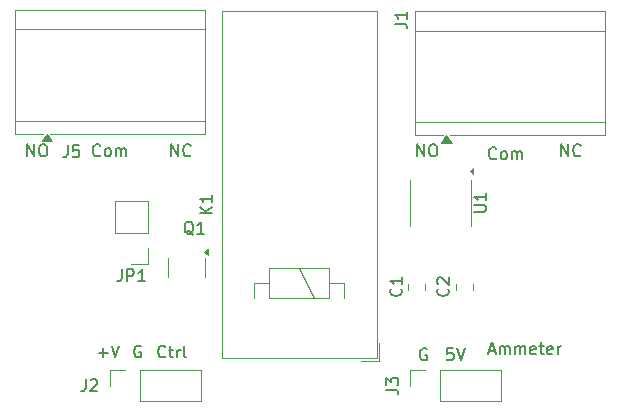
<source format=gbr>
%TF.GenerationSoftware,KiCad,Pcbnew,9.0.3*%
%TF.CreationDate,2025-12-07T20:19:00-06:00*%
%TF.ProjectId,AmmeterRelays,416d6d65-7465-4725-9265-6c6179732e6b,rev?*%
%TF.SameCoordinates,Original*%
%TF.FileFunction,Legend,Top*%
%TF.FilePolarity,Positive*%
%FSLAX46Y46*%
G04 Gerber Fmt 4.6, Leading zero omitted, Abs format (unit mm)*
G04 Created by KiCad (PCBNEW 9.0.3) date 2025-12-07 20:19:00*
%MOMM*%
%LPD*%
G01*
G04 APERTURE LIST*
%ADD10C,0.150000*%
%ADD11C,0.120000*%
%ADD12C,0.100000*%
G04 APERTURE END LIST*
D10*
X71520207Y-51590580D02*
X71472588Y-51638200D01*
X71472588Y-51638200D02*
X71329731Y-51685819D01*
X71329731Y-51685819D02*
X71234493Y-51685819D01*
X71234493Y-51685819D02*
X71091636Y-51638200D01*
X71091636Y-51638200D02*
X70996398Y-51542961D01*
X70996398Y-51542961D02*
X70948779Y-51447723D01*
X70948779Y-51447723D02*
X70901160Y-51257247D01*
X70901160Y-51257247D02*
X70901160Y-51114390D01*
X70901160Y-51114390D02*
X70948779Y-50923914D01*
X70948779Y-50923914D02*
X70996398Y-50828676D01*
X70996398Y-50828676D02*
X71091636Y-50733438D01*
X71091636Y-50733438D02*
X71234493Y-50685819D01*
X71234493Y-50685819D02*
X71329731Y-50685819D01*
X71329731Y-50685819D02*
X71472588Y-50733438D01*
X71472588Y-50733438D02*
X71520207Y-50781057D01*
X72091636Y-51685819D02*
X71996398Y-51638200D01*
X71996398Y-51638200D02*
X71948779Y-51590580D01*
X71948779Y-51590580D02*
X71901160Y-51495342D01*
X71901160Y-51495342D02*
X71901160Y-51209628D01*
X71901160Y-51209628D02*
X71948779Y-51114390D01*
X71948779Y-51114390D02*
X71996398Y-51066771D01*
X71996398Y-51066771D02*
X72091636Y-51019152D01*
X72091636Y-51019152D02*
X72234493Y-51019152D01*
X72234493Y-51019152D02*
X72329731Y-51066771D01*
X72329731Y-51066771D02*
X72377350Y-51114390D01*
X72377350Y-51114390D02*
X72424969Y-51209628D01*
X72424969Y-51209628D02*
X72424969Y-51495342D01*
X72424969Y-51495342D02*
X72377350Y-51590580D01*
X72377350Y-51590580D02*
X72329731Y-51638200D01*
X72329731Y-51638200D02*
X72234493Y-51685819D01*
X72234493Y-51685819D02*
X72091636Y-51685819D01*
X72853541Y-51685819D02*
X72853541Y-51019152D01*
X72853541Y-51114390D02*
X72901160Y-51066771D01*
X72901160Y-51066771D02*
X72996398Y-51019152D01*
X72996398Y-51019152D02*
X73139255Y-51019152D01*
X73139255Y-51019152D02*
X73234493Y-51066771D01*
X73234493Y-51066771D02*
X73282112Y-51162009D01*
X73282112Y-51162009D02*
X73282112Y-51685819D01*
X73282112Y-51162009D02*
X73329731Y-51066771D01*
X73329731Y-51066771D02*
X73424969Y-51019152D01*
X73424969Y-51019152D02*
X73567826Y-51019152D01*
X73567826Y-51019152D02*
X73663065Y-51066771D01*
X73663065Y-51066771D02*
X73710684Y-51162009D01*
X73710684Y-51162009D02*
X73710684Y-51685819D01*
X99158588Y-68005438D02*
X99063350Y-67957819D01*
X99063350Y-67957819D02*
X98920493Y-67957819D01*
X98920493Y-67957819D02*
X98777636Y-68005438D01*
X98777636Y-68005438D02*
X98682398Y-68100676D01*
X98682398Y-68100676D02*
X98634779Y-68195914D01*
X98634779Y-68195914D02*
X98587160Y-68386390D01*
X98587160Y-68386390D02*
X98587160Y-68529247D01*
X98587160Y-68529247D02*
X98634779Y-68719723D01*
X98634779Y-68719723D02*
X98682398Y-68814961D01*
X98682398Y-68814961D02*
X98777636Y-68910200D01*
X98777636Y-68910200D02*
X98920493Y-68957819D01*
X98920493Y-68957819D02*
X99015731Y-68957819D01*
X99015731Y-68957819D02*
X99158588Y-68910200D01*
X99158588Y-68910200D02*
X99206207Y-68862580D01*
X99206207Y-68862580D02*
X99206207Y-68529247D01*
X99206207Y-68529247D02*
X99015731Y-68529247D01*
X77552779Y-51685819D02*
X77552779Y-50685819D01*
X77552779Y-50685819D02*
X78124207Y-51685819D01*
X78124207Y-51685819D02*
X78124207Y-50685819D01*
X79171826Y-51590580D02*
X79124207Y-51638200D01*
X79124207Y-51638200D02*
X78981350Y-51685819D01*
X78981350Y-51685819D02*
X78886112Y-51685819D01*
X78886112Y-51685819D02*
X78743255Y-51638200D01*
X78743255Y-51638200D02*
X78648017Y-51542961D01*
X78648017Y-51542961D02*
X78600398Y-51447723D01*
X78600398Y-51447723D02*
X78552779Y-51257247D01*
X78552779Y-51257247D02*
X78552779Y-51114390D01*
X78552779Y-51114390D02*
X78600398Y-50923914D01*
X78600398Y-50923914D02*
X78648017Y-50828676D01*
X78648017Y-50828676D02*
X78743255Y-50733438D01*
X78743255Y-50733438D02*
X78886112Y-50685819D01*
X78886112Y-50685819D02*
X78981350Y-50685819D01*
X78981350Y-50685819D02*
X79124207Y-50733438D01*
X79124207Y-50733438D02*
X79171826Y-50781057D01*
X65360779Y-51685819D02*
X65360779Y-50685819D01*
X65360779Y-50685819D02*
X65932207Y-51685819D01*
X65932207Y-51685819D02*
X65932207Y-50685819D01*
X66598874Y-50685819D02*
X66789350Y-50685819D01*
X66789350Y-50685819D02*
X66884588Y-50733438D01*
X66884588Y-50733438D02*
X66979826Y-50828676D01*
X66979826Y-50828676D02*
X67027445Y-51019152D01*
X67027445Y-51019152D02*
X67027445Y-51352485D01*
X67027445Y-51352485D02*
X66979826Y-51542961D01*
X66979826Y-51542961D02*
X66884588Y-51638200D01*
X66884588Y-51638200D02*
X66789350Y-51685819D01*
X66789350Y-51685819D02*
X66598874Y-51685819D01*
X66598874Y-51685819D02*
X66503636Y-51638200D01*
X66503636Y-51638200D02*
X66408398Y-51542961D01*
X66408398Y-51542961D02*
X66360779Y-51352485D01*
X66360779Y-51352485D02*
X66360779Y-51019152D01*
X66360779Y-51019152D02*
X66408398Y-50828676D01*
X66408398Y-50828676D02*
X66503636Y-50733438D01*
X66503636Y-50733438D02*
X66598874Y-50685819D01*
X110572779Y-51685819D02*
X110572779Y-50685819D01*
X110572779Y-50685819D02*
X111144207Y-51685819D01*
X111144207Y-51685819D02*
X111144207Y-50685819D01*
X112191826Y-51590580D02*
X112144207Y-51638200D01*
X112144207Y-51638200D02*
X112001350Y-51685819D01*
X112001350Y-51685819D02*
X111906112Y-51685819D01*
X111906112Y-51685819D02*
X111763255Y-51638200D01*
X111763255Y-51638200D02*
X111668017Y-51542961D01*
X111668017Y-51542961D02*
X111620398Y-51447723D01*
X111620398Y-51447723D02*
X111572779Y-51257247D01*
X111572779Y-51257247D02*
X111572779Y-51114390D01*
X111572779Y-51114390D02*
X111620398Y-50923914D01*
X111620398Y-50923914D02*
X111668017Y-50828676D01*
X111668017Y-50828676D02*
X111763255Y-50733438D01*
X111763255Y-50733438D02*
X111906112Y-50685819D01*
X111906112Y-50685819D02*
X112001350Y-50685819D01*
X112001350Y-50685819D02*
X112144207Y-50733438D01*
X112144207Y-50733438D02*
X112191826Y-50781057D01*
X101396969Y-67957819D02*
X100920779Y-67957819D01*
X100920779Y-67957819D02*
X100873160Y-68434009D01*
X100873160Y-68434009D02*
X100920779Y-68386390D01*
X100920779Y-68386390D02*
X101016017Y-68338771D01*
X101016017Y-68338771D02*
X101254112Y-68338771D01*
X101254112Y-68338771D02*
X101349350Y-68386390D01*
X101349350Y-68386390D02*
X101396969Y-68434009D01*
X101396969Y-68434009D02*
X101444588Y-68529247D01*
X101444588Y-68529247D02*
X101444588Y-68767342D01*
X101444588Y-68767342D02*
X101396969Y-68862580D01*
X101396969Y-68862580D02*
X101349350Y-68910200D01*
X101349350Y-68910200D02*
X101254112Y-68957819D01*
X101254112Y-68957819D02*
X101016017Y-68957819D01*
X101016017Y-68957819D02*
X100920779Y-68910200D01*
X100920779Y-68910200D02*
X100873160Y-68862580D01*
X101730303Y-67957819D02*
X102063636Y-68957819D01*
X102063636Y-68957819D02*
X102396969Y-67957819D01*
X98380779Y-51685819D02*
X98380779Y-50685819D01*
X98380779Y-50685819D02*
X98952207Y-51685819D01*
X98952207Y-51685819D02*
X98952207Y-50685819D01*
X99618874Y-50685819D02*
X99809350Y-50685819D01*
X99809350Y-50685819D02*
X99904588Y-50733438D01*
X99904588Y-50733438D02*
X99999826Y-50828676D01*
X99999826Y-50828676D02*
X100047445Y-51019152D01*
X100047445Y-51019152D02*
X100047445Y-51352485D01*
X100047445Y-51352485D02*
X99999826Y-51542961D01*
X99999826Y-51542961D02*
X99904588Y-51638200D01*
X99904588Y-51638200D02*
X99809350Y-51685819D01*
X99809350Y-51685819D02*
X99618874Y-51685819D01*
X99618874Y-51685819D02*
X99523636Y-51638200D01*
X99523636Y-51638200D02*
X99428398Y-51542961D01*
X99428398Y-51542961D02*
X99380779Y-51352485D01*
X99380779Y-51352485D02*
X99380779Y-51019152D01*
X99380779Y-51019152D02*
X99428398Y-50828676D01*
X99428398Y-50828676D02*
X99523636Y-50733438D01*
X99523636Y-50733438D02*
X99618874Y-50685819D01*
X77036207Y-68626580D02*
X76988588Y-68674200D01*
X76988588Y-68674200D02*
X76845731Y-68721819D01*
X76845731Y-68721819D02*
X76750493Y-68721819D01*
X76750493Y-68721819D02*
X76607636Y-68674200D01*
X76607636Y-68674200D02*
X76512398Y-68578961D01*
X76512398Y-68578961D02*
X76464779Y-68483723D01*
X76464779Y-68483723D02*
X76417160Y-68293247D01*
X76417160Y-68293247D02*
X76417160Y-68150390D01*
X76417160Y-68150390D02*
X76464779Y-67959914D01*
X76464779Y-67959914D02*
X76512398Y-67864676D01*
X76512398Y-67864676D02*
X76607636Y-67769438D01*
X76607636Y-67769438D02*
X76750493Y-67721819D01*
X76750493Y-67721819D02*
X76845731Y-67721819D01*
X76845731Y-67721819D02*
X76988588Y-67769438D01*
X76988588Y-67769438D02*
X77036207Y-67817057D01*
X77321922Y-68055152D02*
X77702874Y-68055152D01*
X77464779Y-67721819D02*
X77464779Y-68578961D01*
X77464779Y-68578961D02*
X77512398Y-68674200D01*
X77512398Y-68674200D02*
X77607636Y-68721819D01*
X77607636Y-68721819D02*
X77702874Y-68721819D01*
X78036208Y-68721819D02*
X78036208Y-68055152D01*
X78036208Y-68245628D02*
X78083827Y-68150390D01*
X78083827Y-68150390D02*
X78131446Y-68102771D01*
X78131446Y-68102771D02*
X78226684Y-68055152D01*
X78226684Y-68055152D02*
X78321922Y-68055152D01*
X78798113Y-68721819D02*
X78702875Y-68674200D01*
X78702875Y-68674200D02*
X78655256Y-68578961D01*
X78655256Y-68578961D02*
X78655256Y-67721819D01*
X104429160Y-68164104D02*
X104905350Y-68164104D01*
X104333922Y-68449819D02*
X104667255Y-67449819D01*
X104667255Y-67449819D02*
X105000588Y-68449819D01*
X105333922Y-68449819D02*
X105333922Y-67783152D01*
X105333922Y-67878390D02*
X105381541Y-67830771D01*
X105381541Y-67830771D02*
X105476779Y-67783152D01*
X105476779Y-67783152D02*
X105619636Y-67783152D01*
X105619636Y-67783152D02*
X105714874Y-67830771D01*
X105714874Y-67830771D02*
X105762493Y-67926009D01*
X105762493Y-67926009D02*
X105762493Y-68449819D01*
X105762493Y-67926009D02*
X105810112Y-67830771D01*
X105810112Y-67830771D02*
X105905350Y-67783152D01*
X105905350Y-67783152D02*
X106048207Y-67783152D01*
X106048207Y-67783152D02*
X106143446Y-67830771D01*
X106143446Y-67830771D02*
X106191065Y-67926009D01*
X106191065Y-67926009D02*
X106191065Y-68449819D01*
X106667255Y-68449819D02*
X106667255Y-67783152D01*
X106667255Y-67878390D02*
X106714874Y-67830771D01*
X106714874Y-67830771D02*
X106810112Y-67783152D01*
X106810112Y-67783152D02*
X106952969Y-67783152D01*
X106952969Y-67783152D02*
X107048207Y-67830771D01*
X107048207Y-67830771D02*
X107095826Y-67926009D01*
X107095826Y-67926009D02*
X107095826Y-68449819D01*
X107095826Y-67926009D02*
X107143445Y-67830771D01*
X107143445Y-67830771D02*
X107238683Y-67783152D01*
X107238683Y-67783152D02*
X107381540Y-67783152D01*
X107381540Y-67783152D02*
X107476779Y-67830771D01*
X107476779Y-67830771D02*
X107524398Y-67926009D01*
X107524398Y-67926009D02*
X107524398Y-68449819D01*
X108381540Y-68402200D02*
X108286302Y-68449819D01*
X108286302Y-68449819D02*
X108095826Y-68449819D01*
X108095826Y-68449819D02*
X108000588Y-68402200D01*
X108000588Y-68402200D02*
X107952969Y-68306961D01*
X107952969Y-68306961D02*
X107952969Y-67926009D01*
X107952969Y-67926009D02*
X108000588Y-67830771D01*
X108000588Y-67830771D02*
X108095826Y-67783152D01*
X108095826Y-67783152D02*
X108286302Y-67783152D01*
X108286302Y-67783152D02*
X108381540Y-67830771D01*
X108381540Y-67830771D02*
X108429159Y-67926009D01*
X108429159Y-67926009D02*
X108429159Y-68021247D01*
X108429159Y-68021247D02*
X107952969Y-68116485D01*
X108714874Y-67783152D02*
X109095826Y-67783152D01*
X108857731Y-67449819D02*
X108857731Y-68306961D01*
X108857731Y-68306961D02*
X108905350Y-68402200D01*
X108905350Y-68402200D02*
X109000588Y-68449819D01*
X109000588Y-68449819D02*
X109095826Y-68449819D01*
X109810112Y-68402200D02*
X109714874Y-68449819D01*
X109714874Y-68449819D02*
X109524398Y-68449819D01*
X109524398Y-68449819D02*
X109429160Y-68402200D01*
X109429160Y-68402200D02*
X109381541Y-68306961D01*
X109381541Y-68306961D02*
X109381541Y-67926009D01*
X109381541Y-67926009D02*
X109429160Y-67830771D01*
X109429160Y-67830771D02*
X109524398Y-67783152D01*
X109524398Y-67783152D02*
X109714874Y-67783152D01*
X109714874Y-67783152D02*
X109810112Y-67830771D01*
X109810112Y-67830771D02*
X109857731Y-67926009D01*
X109857731Y-67926009D02*
X109857731Y-68021247D01*
X109857731Y-68021247D02*
X109381541Y-68116485D01*
X110286303Y-68449819D02*
X110286303Y-67783152D01*
X110286303Y-67973628D02*
X110333922Y-67878390D01*
X110333922Y-67878390D02*
X110381541Y-67830771D01*
X110381541Y-67830771D02*
X110476779Y-67783152D01*
X110476779Y-67783152D02*
X110572017Y-67783152D01*
X74956588Y-67769438D02*
X74861350Y-67721819D01*
X74861350Y-67721819D02*
X74718493Y-67721819D01*
X74718493Y-67721819D02*
X74575636Y-67769438D01*
X74575636Y-67769438D02*
X74480398Y-67864676D01*
X74480398Y-67864676D02*
X74432779Y-67959914D01*
X74432779Y-67959914D02*
X74385160Y-68150390D01*
X74385160Y-68150390D02*
X74385160Y-68293247D01*
X74385160Y-68293247D02*
X74432779Y-68483723D01*
X74432779Y-68483723D02*
X74480398Y-68578961D01*
X74480398Y-68578961D02*
X74575636Y-68674200D01*
X74575636Y-68674200D02*
X74718493Y-68721819D01*
X74718493Y-68721819D02*
X74813731Y-68721819D01*
X74813731Y-68721819D02*
X74956588Y-68674200D01*
X74956588Y-68674200D02*
X75004207Y-68626580D01*
X75004207Y-68626580D02*
X75004207Y-68293247D01*
X75004207Y-68293247D02*
X74813731Y-68293247D01*
X105048207Y-51844580D02*
X105000588Y-51892200D01*
X105000588Y-51892200D02*
X104857731Y-51939819D01*
X104857731Y-51939819D02*
X104762493Y-51939819D01*
X104762493Y-51939819D02*
X104619636Y-51892200D01*
X104619636Y-51892200D02*
X104524398Y-51796961D01*
X104524398Y-51796961D02*
X104476779Y-51701723D01*
X104476779Y-51701723D02*
X104429160Y-51511247D01*
X104429160Y-51511247D02*
X104429160Y-51368390D01*
X104429160Y-51368390D02*
X104476779Y-51177914D01*
X104476779Y-51177914D02*
X104524398Y-51082676D01*
X104524398Y-51082676D02*
X104619636Y-50987438D01*
X104619636Y-50987438D02*
X104762493Y-50939819D01*
X104762493Y-50939819D02*
X104857731Y-50939819D01*
X104857731Y-50939819D02*
X105000588Y-50987438D01*
X105000588Y-50987438D02*
X105048207Y-51035057D01*
X105619636Y-51939819D02*
X105524398Y-51892200D01*
X105524398Y-51892200D02*
X105476779Y-51844580D01*
X105476779Y-51844580D02*
X105429160Y-51749342D01*
X105429160Y-51749342D02*
X105429160Y-51463628D01*
X105429160Y-51463628D02*
X105476779Y-51368390D01*
X105476779Y-51368390D02*
X105524398Y-51320771D01*
X105524398Y-51320771D02*
X105619636Y-51273152D01*
X105619636Y-51273152D02*
X105762493Y-51273152D01*
X105762493Y-51273152D02*
X105857731Y-51320771D01*
X105857731Y-51320771D02*
X105905350Y-51368390D01*
X105905350Y-51368390D02*
X105952969Y-51463628D01*
X105952969Y-51463628D02*
X105952969Y-51749342D01*
X105952969Y-51749342D02*
X105905350Y-51844580D01*
X105905350Y-51844580D02*
X105857731Y-51892200D01*
X105857731Y-51892200D02*
X105762493Y-51939819D01*
X105762493Y-51939819D02*
X105619636Y-51939819D01*
X106381541Y-51939819D02*
X106381541Y-51273152D01*
X106381541Y-51368390D02*
X106429160Y-51320771D01*
X106429160Y-51320771D02*
X106524398Y-51273152D01*
X106524398Y-51273152D02*
X106667255Y-51273152D01*
X106667255Y-51273152D02*
X106762493Y-51320771D01*
X106762493Y-51320771D02*
X106810112Y-51416009D01*
X106810112Y-51416009D02*
X106810112Y-51939819D01*
X106810112Y-51416009D02*
X106857731Y-51320771D01*
X106857731Y-51320771D02*
X106952969Y-51273152D01*
X106952969Y-51273152D02*
X107095826Y-51273152D01*
X107095826Y-51273152D02*
X107191065Y-51320771D01*
X107191065Y-51320771D02*
X107238684Y-51416009D01*
X107238684Y-51416009D02*
X107238684Y-51939819D01*
X71384779Y-68340866D02*
X72146684Y-68340866D01*
X71765731Y-68721819D02*
X71765731Y-67959914D01*
X72480017Y-67721819D02*
X72813350Y-68721819D01*
X72813350Y-68721819D02*
X73146683Y-67721819D01*
X73334666Y-61270819D02*
X73334666Y-61985104D01*
X73334666Y-61985104D02*
X73287047Y-62127961D01*
X73287047Y-62127961D02*
X73191809Y-62223200D01*
X73191809Y-62223200D02*
X73048952Y-62270819D01*
X73048952Y-62270819D02*
X72953714Y-62270819D01*
X73810857Y-62270819D02*
X73810857Y-61270819D01*
X73810857Y-61270819D02*
X74191809Y-61270819D01*
X74191809Y-61270819D02*
X74287047Y-61318438D01*
X74287047Y-61318438D02*
X74334666Y-61366057D01*
X74334666Y-61366057D02*
X74382285Y-61461295D01*
X74382285Y-61461295D02*
X74382285Y-61604152D01*
X74382285Y-61604152D02*
X74334666Y-61699390D01*
X74334666Y-61699390D02*
X74287047Y-61747009D01*
X74287047Y-61747009D02*
X74191809Y-61794628D01*
X74191809Y-61794628D02*
X73810857Y-61794628D01*
X75334666Y-62270819D02*
X74763238Y-62270819D01*
X75048952Y-62270819D02*
X75048952Y-61270819D01*
X75048952Y-61270819D02*
X74953714Y-61413676D01*
X74953714Y-61413676D02*
X74858476Y-61508914D01*
X74858476Y-61508914D02*
X74763238Y-61556533D01*
X68754666Y-50762819D02*
X68754666Y-51477104D01*
X68754666Y-51477104D02*
X68707047Y-51619961D01*
X68707047Y-51619961D02*
X68611809Y-51715200D01*
X68611809Y-51715200D02*
X68468952Y-51762819D01*
X68468952Y-51762819D02*
X68373714Y-51762819D01*
X69707047Y-50762819D02*
X69230857Y-50762819D01*
X69230857Y-50762819D02*
X69183238Y-51239009D01*
X69183238Y-51239009D02*
X69230857Y-51191390D01*
X69230857Y-51191390D02*
X69326095Y-51143771D01*
X69326095Y-51143771D02*
X69564190Y-51143771D01*
X69564190Y-51143771D02*
X69659428Y-51191390D01*
X69659428Y-51191390D02*
X69707047Y-51239009D01*
X69707047Y-51239009D02*
X69754666Y-51334247D01*
X69754666Y-51334247D02*
X69754666Y-51572342D01*
X69754666Y-51572342D02*
X69707047Y-51667580D01*
X69707047Y-51667580D02*
X69659428Y-51715200D01*
X69659428Y-51715200D02*
X69564190Y-51762819D01*
X69564190Y-51762819D02*
X69326095Y-51762819D01*
X69326095Y-51762819D02*
X69230857Y-51715200D01*
X69230857Y-51715200D02*
X69183238Y-51667580D01*
X80964819Y-56522094D02*
X79964819Y-56522094D01*
X80964819Y-55950666D02*
X80393390Y-56379237D01*
X79964819Y-55950666D02*
X80536247Y-56522094D01*
X80964819Y-54998285D02*
X80964819Y-55569713D01*
X80964819Y-55283999D02*
X79964819Y-55283999D01*
X79964819Y-55283999D02*
X80107676Y-55379237D01*
X80107676Y-55379237D02*
X80202914Y-55474475D01*
X80202914Y-55474475D02*
X80250533Y-55569713D01*
X103184819Y-56387904D02*
X103994342Y-56387904D01*
X103994342Y-56387904D02*
X104089580Y-56340285D01*
X104089580Y-56340285D02*
X104137200Y-56292666D01*
X104137200Y-56292666D02*
X104184819Y-56197428D01*
X104184819Y-56197428D02*
X104184819Y-56006952D01*
X104184819Y-56006952D02*
X104137200Y-55911714D01*
X104137200Y-55911714D02*
X104089580Y-55864095D01*
X104089580Y-55864095D02*
X103994342Y-55816476D01*
X103994342Y-55816476D02*
X103184819Y-55816476D01*
X104184819Y-54816476D02*
X104184819Y-55387904D01*
X104184819Y-55102190D02*
X103184819Y-55102190D01*
X103184819Y-55102190D02*
X103327676Y-55197428D01*
X103327676Y-55197428D02*
X103422914Y-55292666D01*
X103422914Y-55292666D02*
X103470533Y-55387904D01*
X96977580Y-62904666D02*
X97025200Y-62952285D01*
X97025200Y-62952285D02*
X97072819Y-63095142D01*
X97072819Y-63095142D02*
X97072819Y-63190380D01*
X97072819Y-63190380D02*
X97025200Y-63333237D01*
X97025200Y-63333237D02*
X96929961Y-63428475D01*
X96929961Y-63428475D02*
X96834723Y-63476094D01*
X96834723Y-63476094D02*
X96644247Y-63523713D01*
X96644247Y-63523713D02*
X96501390Y-63523713D01*
X96501390Y-63523713D02*
X96310914Y-63476094D01*
X96310914Y-63476094D02*
X96215676Y-63428475D01*
X96215676Y-63428475D02*
X96120438Y-63333237D01*
X96120438Y-63333237D02*
X96072819Y-63190380D01*
X96072819Y-63190380D02*
X96072819Y-63095142D01*
X96072819Y-63095142D02*
X96120438Y-62952285D01*
X96120438Y-62952285D02*
X96168057Y-62904666D01*
X97072819Y-61952285D02*
X97072819Y-62523713D01*
X97072819Y-62237999D02*
X96072819Y-62237999D01*
X96072819Y-62237999D02*
X96215676Y-62333237D01*
X96215676Y-62333237D02*
X96310914Y-62428475D01*
X96310914Y-62428475D02*
X96358533Y-62523713D01*
X70278666Y-70574819D02*
X70278666Y-71289104D01*
X70278666Y-71289104D02*
X70231047Y-71431961D01*
X70231047Y-71431961D02*
X70135809Y-71527200D01*
X70135809Y-71527200D02*
X69992952Y-71574819D01*
X69992952Y-71574819D02*
X69897714Y-71574819D01*
X70707238Y-70670057D02*
X70754857Y-70622438D01*
X70754857Y-70622438D02*
X70850095Y-70574819D01*
X70850095Y-70574819D02*
X71088190Y-70574819D01*
X71088190Y-70574819D02*
X71183428Y-70622438D01*
X71183428Y-70622438D02*
X71231047Y-70670057D01*
X71231047Y-70670057D02*
X71278666Y-70765295D01*
X71278666Y-70765295D02*
X71278666Y-70860533D01*
X71278666Y-70860533D02*
X71231047Y-71003390D01*
X71231047Y-71003390D02*
X70659619Y-71574819D01*
X70659619Y-71574819D02*
X71278666Y-71574819D01*
X95744819Y-71453333D02*
X96459104Y-71453333D01*
X96459104Y-71453333D02*
X96601961Y-71500952D01*
X96601961Y-71500952D02*
X96697200Y-71596190D01*
X96697200Y-71596190D02*
X96744819Y-71739047D01*
X96744819Y-71739047D02*
X96744819Y-71834285D01*
X95744819Y-71072380D02*
X95744819Y-70453333D01*
X95744819Y-70453333D02*
X96125771Y-70786666D01*
X96125771Y-70786666D02*
X96125771Y-70643809D01*
X96125771Y-70643809D02*
X96173390Y-70548571D01*
X96173390Y-70548571D02*
X96221009Y-70500952D01*
X96221009Y-70500952D02*
X96316247Y-70453333D01*
X96316247Y-70453333D02*
X96554342Y-70453333D01*
X96554342Y-70453333D02*
X96649580Y-70500952D01*
X96649580Y-70500952D02*
X96697200Y-70548571D01*
X96697200Y-70548571D02*
X96744819Y-70643809D01*
X96744819Y-70643809D02*
X96744819Y-70929523D01*
X96744819Y-70929523D02*
X96697200Y-71024761D01*
X96697200Y-71024761D02*
X96649580Y-71072380D01*
X79406761Y-58329557D02*
X79311523Y-58281938D01*
X79311523Y-58281938D02*
X79216285Y-58186700D01*
X79216285Y-58186700D02*
X79073428Y-58043842D01*
X79073428Y-58043842D02*
X78978190Y-57996223D01*
X78978190Y-57996223D02*
X78882952Y-57996223D01*
X78930571Y-58234319D02*
X78835333Y-58186700D01*
X78835333Y-58186700D02*
X78740095Y-58091461D01*
X78740095Y-58091461D02*
X78692476Y-57900985D01*
X78692476Y-57900985D02*
X78692476Y-57567652D01*
X78692476Y-57567652D02*
X78740095Y-57377176D01*
X78740095Y-57377176D02*
X78835333Y-57281938D01*
X78835333Y-57281938D02*
X78930571Y-57234319D01*
X78930571Y-57234319D02*
X79121047Y-57234319D01*
X79121047Y-57234319D02*
X79216285Y-57281938D01*
X79216285Y-57281938D02*
X79311523Y-57377176D01*
X79311523Y-57377176D02*
X79359142Y-57567652D01*
X79359142Y-57567652D02*
X79359142Y-57900985D01*
X79359142Y-57900985D02*
X79311523Y-58091461D01*
X79311523Y-58091461D02*
X79216285Y-58186700D01*
X79216285Y-58186700D02*
X79121047Y-58234319D01*
X79121047Y-58234319D02*
X78930571Y-58234319D01*
X80311523Y-58234319D02*
X79740095Y-58234319D01*
X80025809Y-58234319D02*
X80025809Y-57234319D01*
X80025809Y-57234319D02*
X79930571Y-57377176D01*
X79930571Y-57377176D02*
X79835333Y-57472414D01*
X79835333Y-57472414D02*
X79740095Y-57520033D01*
X96482819Y-40465333D02*
X97197104Y-40465333D01*
X97197104Y-40465333D02*
X97339961Y-40512952D01*
X97339961Y-40512952D02*
X97435200Y-40608190D01*
X97435200Y-40608190D02*
X97482819Y-40751047D01*
X97482819Y-40751047D02*
X97482819Y-40846285D01*
X97482819Y-39465333D02*
X97482819Y-40036761D01*
X97482819Y-39751047D02*
X96482819Y-39751047D01*
X96482819Y-39751047D02*
X96625676Y-39846285D01*
X96625676Y-39846285D02*
X96720914Y-39941523D01*
X96720914Y-39941523D02*
X96768533Y-40036761D01*
X100943580Y-62904666D02*
X100991200Y-62952285D01*
X100991200Y-62952285D02*
X101038819Y-63095142D01*
X101038819Y-63095142D02*
X101038819Y-63190380D01*
X101038819Y-63190380D02*
X100991200Y-63333237D01*
X100991200Y-63333237D02*
X100895961Y-63428475D01*
X100895961Y-63428475D02*
X100800723Y-63476094D01*
X100800723Y-63476094D02*
X100610247Y-63523713D01*
X100610247Y-63523713D02*
X100467390Y-63523713D01*
X100467390Y-63523713D02*
X100276914Y-63476094D01*
X100276914Y-63476094D02*
X100181676Y-63428475D01*
X100181676Y-63428475D02*
X100086438Y-63333237D01*
X100086438Y-63333237D02*
X100038819Y-63190380D01*
X100038819Y-63190380D02*
X100038819Y-63095142D01*
X100038819Y-63095142D02*
X100086438Y-62952285D01*
X100086438Y-62952285D02*
X100134057Y-62904666D01*
X100134057Y-62523713D02*
X100086438Y-62476094D01*
X100086438Y-62476094D02*
X100038819Y-62380856D01*
X100038819Y-62380856D02*
X100038819Y-62142761D01*
X100038819Y-62142761D02*
X100086438Y-62047523D01*
X100086438Y-62047523D02*
X100134057Y-61999904D01*
X100134057Y-61999904D02*
X100229295Y-61952285D01*
X100229295Y-61952285D02*
X100324533Y-61952285D01*
X100324533Y-61952285D02*
X100467390Y-61999904D01*
X100467390Y-61999904D02*
X101038819Y-62571332D01*
X101038819Y-62571332D02*
X101038819Y-61952285D01*
D11*
%TO.C,JP1*%
X75548000Y-60816000D02*
X74168000Y-60816000D01*
X75548000Y-59436000D02*
X75548000Y-60816000D01*
X75548000Y-58166000D02*
X75548000Y-55516000D01*
X75548000Y-58166000D02*
X72788000Y-58166000D01*
X75548000Y-55516000D02*
X72788000Y-55516000D01*
X72788000Y-58166000D02*
X72788000Y-55516000D01*
%TO.C,J5*%
X64350000Y-39326500D02*
X80430000Y-39326500D01*
X64350000Y-40946500D02*
X80430000Y-40946500D01*
X64350000Y-48696500D02*
X80430000Y-48696500D01*
X64350000Y-49816500D02*
X64350000Y-39326500D01*
X66710000Y-49816500D02*
X64350000Y-49816500D01*
X80430000Y-39326500D02*
X80430000Y-49816500D01*
X80430000Y-49816500D02*
X67310000Y-49816500D01*
X67450000Y-50426500D02*
X66570000Y-50426500D01*
X67010000Y-49816500D01*
X67450000Y-50426500D01*
G36*
X67450000Y-50426500D02*
G01*
X66570000Y-50426500D01*
X67010000Y-49816500D01*
X67450000Y-50426500D01*
G37*
%TO.C,K1*%
X93642000Y-69002000D02*
X95142000Y-69002000D01*
X95142000Y-69002000D02*
X95142000Y-67502000D01*
X81842000Y-68802000D02*
X94942000Y-68802000D01*
X94942000Y-68802000D02*
X94942000Y-39402000D01*
X85792000Y-63712000D02*
X90872000Y-63712000D01*
D12*
X89602000Y-63712000D02*
X88332000Y-61172000D01*
D11*
X90872000Y-63712000D02*
X90872000Y-62442000D01*
X92142000Y-63712000D02*
X92142000Y-62442000D01*
X84522000Y-62442000D02*
X84522000Y-63712000D01*
X85792000Y-62442000D02*
X84522000Y-62442000D01*
X90872000Y-62442000D02*
X90872000Y-61172000D01*
X92142000Y-62442000D02*
X90872000Y-62442000D01*
X85792000Y-61172000D02*
X85792000Y-63712000D01*
X90872000Y-61172000D02*
X85792000Y-61172000D01*
X81842000Y-39402000D02*
X81842000Y-68802000D01*
X94942000Y-39402000D02*
X81842000Y-39402000D01*
%TO.C,U1*%
X97770000Y-55626000D02*
X97770000Y-53676000D01*
X97770000Y-55626000D02*
X97770000Y-57576000D01*
X102890000Y-55626000D02*
X102890000Y-53676000D01*
X102890000Y-55626000D02*
X102890000Y-57576000D01*
X103125000Y-53166000D02*
X102795000Y-52926000D01*
X103125000Y-52686000D01*
X103125000Y-53166000D01*
G36*
X103125000Y-53166000D02*
G01*
X102795000Y-52926000D01*
X103125000Y-52686000D01*
X103125000Y-53166000D01*
G37*
%TO.C,C1*%
X97563000Y-62999252D02*
X97563000Y-62476748D01*
X99033000Y-62999252D02*
X99033000Y-62476748D01*
%TO.C,J2*%
X72330000Y-69790000D02*
X73660000Y-69790000D01*
X72330000Y-71120000D02*
X72330000Y-69790000D01*
X74930000Y-69790000D02*
X80070000Y-69790000D01*
X74930000Y-72450000D02*
X74930000Y-69790000D01*
X74930000Y-72450000D02*
X80070000Y-72450000D01*
X80070000Y-72450000D02*
X80070000Y-69790000D01*
%TO.C,J3*%
X97730000Y-69790000D02*
X99060000Y-69790000D01*
X97730000Y-71120000D02*
X97730000Y-69790000D01*
X100330000Y-69790000D02*
X105470000Y-69790000D01*
X100330000Y-72450000D02*
X100330000Y-69790000D01*
X100330000Y-72450000D02*
X105470000Y-72450000D01*
X105470000Y-72450000D02*
X105470000Y-69790000D01*
%TO.C,Q1*%
X80366000Y-61081500D02*
X80366000Y-61881500D01*
X80366000Y-61081500D02*
X80366000Y-60281500D01*
X77246000Y-61081500D02*
X77246000Y-61881500D01*
X77246000Y-61081500D02*
X77246000Y-60281500D01*
X80646000Y-60021500D02*
X80316000Y-59781500D01*
X80646000Y-59541500D01*
X80646000Y-60021500D01*
G36*
X80646000Y-60021500D02*
G01*
X80316000Y-59781500D01*
X80646000Y-59541500D01*
X80646000Y-60021500D01*
G37*
%TO.C,J1*%
X98178000Y-39430000D02*
X114258000Y-39430000D01*
X98178000Y-41050000D02*
X114258000Y-41050000D01*
X98178000Y-48800000D02*
X114258000Y-48800000D01*
X98178000Y-49920000D02*
X98178000Y-39430000D01*
X100538000Y-49920000D02*
X98178000Y-49920000D01*
X114258000Y-39430000D02*
X114258000Y-49920000D01*
X114258000Y-49920000D02*
X101138000Y-49920000D01*
X101278000Y-50530000D02*
X100398000Y-50530000D01*
X100838000Y-49920000D01*
X101278000Y-50530000D01*
G36*
X101278000Y-50530000D02*
G01*
X100398000Y-50530000D01*
X100838000Y-49920000D01*
X101278000Y-50530000D01*
G37*
%TO.C,C2*%
X101627000Y-62476748D02*
X101627000Y-62999252D01*
X103097000Y-62476748D02*
X103097000Y-62999252D01*
%TD*%
M02*

</source>
